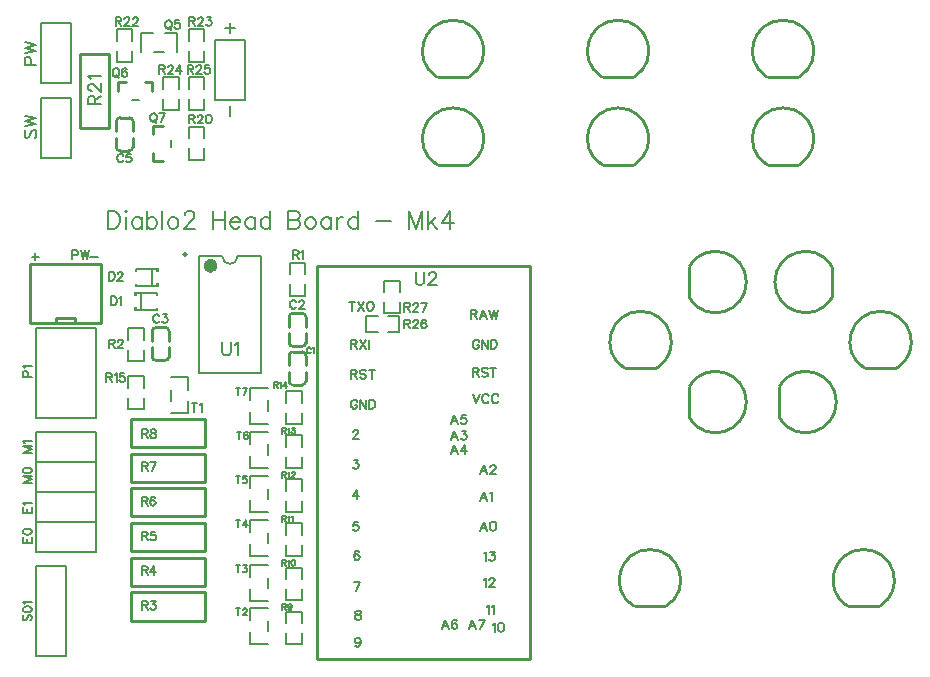
<source format=gto>
G04 Layer: TopSilkLayer*
G04 EasyEDA v6.4.25, 2021-12-23T21:53:31+01:00*
G04 8dbf8c46b5b441d7b08fc360c6495019,7d3f4a13764643a7838717c5c1d40531,10*
G04 Gerber Generator version 0.2*
G04 Scale: 100 percent, Rotated: No, Reflected: No *
G04 Dimensions in inches *
G04 leading zeros omitted , absolute positions ,3 integer and 6 decimal *
%FSLAX36Y36*%
%MOIN*%

%ADD10C,0.0100*%
%ADD36C,0.0060*%
%ADD37C,0.0080*%
%ADD38C,0.0080*%
%ADD39C,0.0079*%
%ADD40C,0.0060*%
%ADD41C,0.0098*%
%ADD42C,0.0236*%
%ADD43C,0.0050*%

%LPD*%
D38*
X300030Y1573069D02*
G01*
X300030Y1515770D01*
X300030Y1573069D02*
G01*
X319130Y1573069D01*
X327229Y1570270D01*
X332730Y1564870D01*
X335430Y1559369D01*
X338229Y1551269D01*
X338229Y1537570D01*
X335430Y1529369D01*
X332730Y1523969D01*
X327229Y1518470D01*
X319130Y1515770D01*
X300030Y1515770D01*
X356230Y1573069D02*
G01*
X358930Y1570270D01*
X361630Y1573069D01*
X358930Y1575770D01*
X356230Y1573069D01*
X358930Y1553969D02*
G01*
X358930Y1515770D01*
X412330Y1553969D02*
G01*
X412330Y1515770D01*
X412330Y1545770D02*
G01*
X406930Y1551269D01*
X401430Y1553969D01*
X393229Y1553969D01*
X387829Y1551269D01*
X382330Y1545770D01*
X379630Y1537570D01*
X379630Y1532170D01*
X382330Y1523969D01*
X387829Y1518470D01*
X393229Y1515770D01*
X401430Y1515770D01*
X406930Y1518470D01*
X412330Y1523969D01*
X430329Y1573069D02*
G01*
X430329Y1515770D01*
X430329Y1545770D02*
G01*
X435830Y1551269D01*
X441230Y1553969D01*
X449430Y1553969D01*
X454929Y1551269D01*
X460329Y1545770D01*
X463130Y1537570D01*
X463130Y1532170D01*
X460329Y1523969D01*
X454929Y1518470D01*
X449430Y1515770D01*
X441230Y1515770D01*
X435830Y1518470D01*
X430329Y1523969D01*
X481129Y1573069D02*
G01*
X481129Y1515770D01*
X512730Y1553969D02*
G01*
X507229Y1551269D01*
X501829Y1545770D01*
X499130Y1537570D01*
X499130Y1532170D01*
X501829Y1523969D01*
X507229Y1518470D01*
X512730Y1515770D01*
X520929Y1515770D01*
X526329Y1518470D01*
X531829Y1523969D01*
X534529Y1532170D01*
X534529Y1537570D01*
X531829Y1545770D01*
X526329Y1551269D01*
X520929Y1553969D01*
X512730Y1553969D01*
X555230Y1559369D02*
G01*
X555230Y1562170D01*
X558029Y1567570D01*
X560729Y1570270D01*
X566230Y1573069D01*
X577130Y1573069D01*
X582530Y1570270D01*
X585230Y1567570D01*
X588029Y1562170D01*
X588029Y1556669D01*
X585230Y1551269D01*
X579830Y1543069D01*
X552530Y1515770D01*
X590729Y1515770D01*
X650729Y1573069D02*
G01*
X650729Y1515770D01*
X688930Y1573069D02*
G01*
X688930Y1515770D01*
X650729Y1545770D02*
G01*
X688930Y1545770D01*
X706930Y1537570D02*
G01*
X739630Y1537570D01*
X739630Y1543069D01*
X736930Y1548470D01*
X734229Y1551269D01*
X728730Y1553969D01*
X720529Y1553969D01*
X715129Y1551269D01*
X709630Y1545770D01*
X706930Y1537570D01*
X706930Y1532170D01*
X709630Y1523969D01*
X715129Y1518470D01*
X720529Y1515770D01*
X728730Y1515770D01*
X734229Y1518470D01*
X739630Y1523969D01*
X790330Y1553969D02*
G01*
X790330Y1515770D01*
X790330Y1545770D02*
G01*
X784930Y1551269D01*
X779430Y1553969D01*
X771229Y1553969D01*
X765829Y1551269D01*
X760330Y1545770D01*
X757629Y1537570D01*
X757629Y1532170D01*
X760330Y1523969D01*
X765829Y1518470D01*
X771229Y1515770D01*
X779430Y1515770D01*
X784930Y1518470D01*
X790330Y1523969D01*
X841130Y1573069D02*
G01*
X841130Y1515770D01*
X841130Y1545770D02*
G01*
X835630Y1551269D01*
X830230Y1553969D01*
X822030Y1553969D01*
X816530Y1551269D01*
X811130Y1545770D01*
X808329Y1537570D01*
X808329Y1532170D01*
X811130Y1523969D01*
X816530Y1518470D01*
X822030Y1515770D01*
X830230Y1515770D01*
X835630Y1518470D01*
X841130Y1523969D01*
X901130Y1573069D02*
G01*
X901130Y1515770D01*
X901130Y1573069D02*
G01*
X925630Y1573069D01*
X933829Y1570270D01*
X936530Y1567570D01*
X939229Y1562170D01*
X939229Y1556669D01*
X936530Y1551269D01*
X933829Y1548470D01*
X925630Y1545770D01*
X901130Y1545770D02*
G01*
X925630Y1545770D01*
X933829Y1543069D01*
X936530Y1540270D01*
X939229Y1534870D01*
X939229Y1526669D01*
X936530Y1521269D01*
X933829Y1518470D01*
X925630Y1515770D01*
X901130Y1515770D01*
X970929Y1553969D02*
G01*
X965429Y1551269D01*
X960029Y1545770D01*
X957229Y1537570D01*
X957229Y1532170D01*
X960029Y1523969D01*
X965429Y1518470D01*
X970929Y1515770D01*
X979129Y1515770D01*
X984530Y1518470D01*
X990029Y1523969D01*
X992730Y1532170D01*
X992730Y1537570D01*
X990029Y1545770D01*
X984530Y1551269D01*
X979129Y1553969D01*
X970929Y1553969D01*
X1043429Y1553969D02*
G01*
X1043429Y1515770D01*
X1043429Y1545770D02*
G01*
X1038029Y1551269D01*
X1032529Y1553969D01*
X1024329Y1553969D01*
X1018930Y1551269D01*
X1013429Y1545770D01*
X1010730Y1537570D01*
X1010730Y1532170D01*
X1013429Y1523969D01*
X1018930Y1518470D01*
X1024329Y1515770D01*
X1032529Y1515770D01*
X1038029Y1518470D01*
X1043429Y1523969D01*
X1061430Y1553969D02*
G01*
X1061430Y1515770D01*
X1061430Y1537570D02*
G01*
X1064229Y1545770D01*
X1069629Y1551269D01*
X1075129Y1553969D01*
X1083230Y1553969D01*
X1134030Y1573069D02*
G01*
X1134030Y1515770D01*
X1134030Y1545770D02*
G01*
X1128530Y1551269D01*
X1123130Y1553969D01*
X1114930Y1553969D01*
X1109430Y1551269D01*
X1104030Y1545770D01*
X1101229Y1537570D01*
X1101229Y1532170D01*
X1104030Y1523969D01*
X1109430Y1518470D01*
X1114930Y1515770D01*
X1123130Y1515770D01*
X1128530Y1518470D01*
X1134030Y1523969D01*
X1194030Y1540270D02*
G01*
X1243130Y1540270D01*
X1303130Y1573069D02*
G01*
X1303130Y1515770D01*
X1303130Y1573069D02*
G01*
X1324930Y1515770D01*
X1346729Y1573069D02*
G01*
X1324930Y1515770D01*
X1346729Y1573069D02*
G01*
X1346729Y1515770D01*
X1364729Y1573069D02*
G01*
X1364729Y1515770D01*
X1392030Y1553969D02*
G01*
X1364729Y1526669D01*
X1375630Y1537570D02*
G01*
X1394729Y1515770D01*
X1440029Y1573069D02*
G01*
X1412730Y1534870D01*
X1453630Y1534870D01*
X1440029Y1573069D02*
G01*
X1440029Y1515770D01*
D36*
X22100Y2062500D02*
G01*
X60300Y2062500D01*
X22100Y2062500D02*
G01*
X22100Y2078899D01*
X24000Y2084299D01*
X25799Y2086100D01*
X29400Y2088000D01*
X34899Y2088000D01*
X38499Y2086100D01*
X40300Y2084299D01*
X42100Y2078899D01*
X42100Y2062500D01*
X22100Y2100000D02*
G01*
X60300Y2109000D01*
X22100Y2118099D02*
G01*
X60300Y2109000D01*
X22100Y2118099D02*
G01*
X60300Y2127199D01*
X22100Y2136300D02*
G01*
X60300Y2127199D01*
X27600Y1844250D02*
G01*
X24000Y1840549D01*
X22100Y1835149D01*
X22100Y1827849D01*
X24000Y1822350D01*
X27600Y1818750D01*
X31199Y1818750D01*
X34899Y1820549D01*
X36700Y1822350D01*
X38499Y1826050D01*
X42100Y1836950D01*
X44000Y1840549D01*
X45799Y1842350D01*
X49400Y1844250D01*
X54899Y1844250D01*
X58499Y1840549D01*
X60300Y1835149D01*
X60300Y1827849D01*
X58499Y1822350D01*
X54899Y1818750D01*
X22100Y1856250D02*
G01*
X60300Y1865250D01*
X22100Y1874349D02*
G01*
X60300Y1865250D01*
X22100Y1874349D02*
G01*
X60300Y1883449D01*
X22100Y1892550D02*
G01*
X60300Y1883449D01*
X722399Y2183600D02*
G01*
X689699Y2183600D01*
X705999Y2200000D02*
G01*
X705999Y2167300D01*
X705999Y1924949D02*
G01*
X705999Y1892249D01*
X45675Y1421675D02*
G01*
X70275Y1421675D01*
X57975Y1409375D02*
G01*
X57975Y1433874D01*
X265625Y1420466D02*
G01*
X241080Y1420466D01*
X412500Y274000D02*
G01*
X412500Y245399D01*
X412500Y274000D02*
G01*
X424699Y274000D01*
X428800Y272699D01*
X430199Y271300D01*
X431500Y268600D01*
X431500Y265799D01*
X430199Y263099D01*
X428800Y261700D01*
X424699Y260399D01*
X412500Y260399D01*
X421999Y260399D02*
G01*
X431500Y245399D01*
X443299Y274000D02*
G01*
X458299Y274000D01*
X450100Y263099D01*
X454200Y263099D01*
X456900Y261700D01*
X458299Y260399D01*
X459600Y256300D01*
X459600Y253600D01*
X458299Y249499D01*
X455500Y246700D01*
X451500Y245399D01*
X447399Y245399D01*
X443299Y246700D01*
X441900Y248099D01*
X440500Y250799D01*
X412500Y389600D02*
G01*
X412500Y360999D01*
X412500Y389600D02*
G01*
X424699Y389600D01*
X428800Y388299D01*
X430199Y386900D01*
X431500Y384200D01*
X431500Y381500D01*
X430199Y378699D01*
X428800Y377399D01*
X424699Y375999D01*
X412500Y375999D01*
X421999Y375999D02*
G01*
X431500Y360999D01*
X454200Y389600D02*
G01*
X440500Y370599D01*
X460999Y370599D01*
X454200Y389600D02*
G01*
X454200Y360999D01*
X412500Y505300D02*
G01*
X412500Y476599D01*
X412500Y505300D02*
G01*
X424699Y505300D01*
X428800Y503899D01*
X430199Y502500D01*
X431500Y499800D01*
X431500Y497100D01*
X430199Y494400D01*
X428800Y493000D01*
X424699Y491599D01*
X412500Y491599D01*
X421999Y491599D02*
G01*
X431500Y476599D01*
X456900Y505300D02*
G01*
X443299Y505300D01*
X441900Y493000D01*
X443299Y494400D01*
X447399Y495700D01*
X451500Y495700D01*
X455500Y494400D01*
X458299Y491599D01*
X459600Y487500D01*
X459600Y484800D01*
X458299Y480700D01*
X455500Y478000D01*
X451500Y476599D01*
X447399Y476599D01*
X443299Y478000D01*
X441900Y479400D01*
X440500Y482100D01*
X412500Y620900D02*
G01*
X412500Y592300D01*
X412500Y620900D02*
G01*
X424699Y620900D01*
X428800Y619499D01*
X430199Y618200D01*
X431500Y615399D01*
X431500Y612699D01*
X430199Y610000D01*
X428800Y608600D01*
X424699Y607300D01*
X412500Y607300D01*
X421999Y607300D02*
G01*
X431500Y592300D01*
X456900Y616799D02*
G01*
X455500Y619499D01*
X451500Y620900D01*
X448699Y620900D01*
X444600Y619499D01*
X441900Y615399D01*
X440500Y608600D01*
X440500Y601799D01*
X441900Y596300D01*
X444600Y593600D01*
X448699Y592300D01*
X450100Y592300D01*
X454200Y593600D01*
X456900Y596300D01*
X458299Y600399D01*
X458299Y601799D01*
X456900Y605900D01*
X454200Y608600D01*
X450100Y610000D01*
X448699Y610000D01*
X444600Y608600D01*
X441900Y605900D01*
X440500Y601799D01*
X412500Y736500D02*
G01*
X412500Y707899D01*
X412500Y736500D02*
G01*
X424699Y736500D01*
X428800Y735199D01*
X430199Y733800D01*
X431500Y731100D01*
X431500Y728299D01*
X430199Y725599D01*
X428800Y724200D01*
X424699Y722899D01*
X412500Y722899D01*
X421999Y722899D02*
G01*
X431500Y707899D01*
X459600Y736500D02*
G01*
X445999Y707899D01*
X440500Y736500D02*
G01*
X459600Y736500D01*
X412500Y845900D02*
G01*
X412500Y817300D01*
X412500Y845900D02*
G01*
X424800Y845900D01*
X428899Y844499D01*
X430199Y843200D01*
X431599Y840399D01*
X431599Y837699D01*
X430199Y835000D01*
X428899Y833600D01*
X424800Y832300D01*
X412500Y832300D01*
X421999Y832300D02*
G01*
X431599Y817300D01*
X447399Y845900D02*
G01*
X443299Y844499D01*
X441999Y841799D01*
X441999Y839099D01*
X443299Y836300D01*
X445999Y835000D01*
X451500Y833600D01*
X455599Y832300D01*
X458299Y829499D01*
X459699Y826799D01*
X459699Y822699D01*
X458299Y820000D01*
X456999Y818600D01*
X452899Y817300D01*
X447399Y817300D01*
X443299Y818600D01*
X441999Y820000D01*
X440599Y822699D01*
X440599Y826799D01*
X441999Y829499D01*
X444699Y832300D01*
X448800Y833600D01*
X454200Y835000D01*
X456999Y836300D01*
X458299Y839099D01*
X458299Y841799D01*
X456999Y844499D01*
X452899Y845900D01*
X447399Y845900D01*
D43*
X881300Y263899D02*
G01*
X881300Y244800D01*
X881300Y263899D02*
G01*
X889499Y263899D01*
X892200Y263000D01*
X893100Y262100D01*
X893999Y260300D01*
X893999Y258400D01*
X893100Y256599D01*
X892200Y255700D01*
X889499Y254800D01*
X881300Y254800D01*
X887700Y254800D02*
G01*
X893999Y244800D01*
X911800Y257500D02*
G01*
X910900Y254800D01*
X909099Y253000D01*
X906400Y252100D01*
X905500Y252100D01*
X902799Y253000D01*
X900900Y254800D01*
X900000Y257500D01*
X900000Y258400D01*
X900900Y261199D01*
X902799Y263000D01*
X905500Y263899D01*
X906400Y263899D01*
X909099Y263000D01*
X910900Y261199D01*
X911800Y257500D01*
X911800Y253000D01*
X910900Y248400D01*
X909099Y245700D01*
X906400Y244800D01*
X904600Y244800D01*
X901800Y245700D01*
X900900Y247500D01*
X881300Y410799D02*
G01*
X881300Y391700D01*
X881300Y410799D02*
G01*
X889499Y410799D01*
X892200Y409899D01*
X893100Y409000D01*
X893999Y407100D01*
X893999Y405300D01*
X893100Y403499D01*
X892200Y402600D01*
X889499Y401700D01*
X881300Y401700D01*
X887700Y401700D02*
G01*
X893999Y391700D01*
X900000Y407100D02*
G01*
X901800Y408099D01*
X904600Y410799D01*
X904600Y391700D01*
X916000Y410799D02*
G01*
X913299Y409899D01*
X911499Y407100D01*
X910600Y402600D01*
X910600Y399899D01*
X911499Y395300D01*
X913299Y392600D01*
X916000Y391700D01*
X917799Y391700D01*
X920600Y392600D01*
X922399Y395300D01*
X923299Y399899D01*
X923299Y402600D01*
X922399Y407100D01*
X920600Y409899D01*
X917799Y410799D01*
X916000Y410799D01*
X881300Y557699D02*
G01*
X881300Y538600D01*
X881300Y557699D02*
G01*
X889499Y557699D01*
X892200Y556700D01*
X893100Y555799D01*
X893999Y554000D01*
X893999Y552199D01*
X893100Y550399D01*
X892200Y549499D01*
X889499Y548600D01*
X881300Y548600D01*
X887700Y548600D02*
G01*
X893999Y538600D01*
X900000Y554000D02*
G01*
X901800Y554899D01*
X904600Y557699D01*
X904600Y538600D01*
X910600Y554000D02*
G01*
X912399Y554899D01*
X915100Y557699D01*
X915100Y538600D01*
X881300Y704499D02*
G01*
X881300Y685399D01*
X881300Y704499D02*
G01*
X889499Y704499D01*
X892200Y703600D01*
X893100Y702699D01*
X893999Y700900D01*
X893999Y699099D01*
X893100Y697300D01*
X892200Y696300D01*
X889499Y695399D01*
X881300Y695399D01*
X887700Y695399D02*
G01*
X893999Y685399D01*
X900000Y700900D02*
G01*
X901800Y701799D01*
X904600Y704499D01*
X904600Y685399D01*
X911499Y700000D02*
G01*
X911499Y700900D01*
X912399Y702699D01*
X913299Y703600D01*
X915100Y704499D01*
X918800Y704499D01*
X920600Y703600D01*
X921499Y702699D01*
X922399Y700900D01*
X922399Y699099D01*
X921499Y697300D01*
X919700Y694499D01*
X910600Y685399D01*
X923299Y685399D01*
X881300Y851399D02*
G01*
X881300Y832300D01*
X881300Y851399D02*
G01*
X889499Y851399D01*
X892200Y850500D01*
X893100Y849600D01*
X893999Y847800D01*
X893999Y845900D01*
X893100Y844099D01*
X892200Y843200D01*
X889499Y842300D01*
X881300Y842300D01*
X887700Y842300D02*
G01*
X893999Y832300D01*
X900000Y847800D02*
G01*
X901800Y848699D01*
X904600Y851399D01*
X904600Y832300D01*
X912399Y851399D02*
G01*
X922399Y851399D01*
X916899Y844099D01*
X919700Y844099D01*
X921499Y843200D01*
X922399Y842300D01*
X923299Y839600D01*
X923299Y837800D01*
X922399Y835000D01*
X920600Y833200D01*
X917799Y832300D01*
X915100Y832300D01*
X912399Y833200D01*
X911499Y834099D01*
X910600Y835900D01*
X853100Y1004600D02*
G01*
X853100Y985500D01*
X853100Y1004600D02*
G01*
X861300Y1004600D01*
X863999Y1003600D01*
X864899Y1002699D01*
X865900Y1000900D01*
X865900Y999099D01*
X864899Y997300D01*
X863999Y996399D01*
X861300Y995500D01*
X853100Y995500D01*
X859499Y995500D02*
G01*
X865900Y985500D01*
X871899Y1000900D02*
G01*
X873699Y1001799D01*
X876400Y1004600D01*
X876400Y985500D01*
X891499Y1004600D02*
G01*
X882399Y991799D01*
X896000Y991799D01*
X891499Y1004600D02*
G01*
X891499Y985500D01*
D36*
X587699Y933400D02*
G01*
X587699Y904800D01*
X578099Y933400D02*
G01*
X597199Y933400D01*
X606199Y927899D02*
G01*
X608899Y929299D01*
X613000Y933400D01*
X613000Y904800D01*
X733000Y250199D02*
G01*
X733000Y226399D01*
X725000Y250199D02*
G01*
X740900Y250199D01*
X749499Y244499D02*
G01*
X749499Y245700D01*
X750700Y248000D01*
X751799Y249099D01*
X754099Y250199D01*
X758600Y250199D01*
X760900Y249099D01*
X761999Y248000D01*
X763199Y245700D01*
X763199Y243400D01*
X761999Y241100D01*
X759800Y237699D01*
X748400Y226399D01*
X764300Y226399D01*
X733000Y394000D02*
G01*
X733000Y370100D01*
X725000Y394000D02*
G01*
X740900Y394000D01*
X750700Y394000D02*
G01*
X763199Y394000D01*
X756399Y384899D01*
X759800Y384899D01*
X761999Y383699D01*
X763199Y382600D01*
X764300Y379200D01*
X764300Y376900D01*
X763199Y373499D01*
X760900Y371199D01*
X757500Y370100D01*
X754099Y370100D01*
X750700Y371199D01*
X749499Y372399D01*
X748400Y374699D01*
X733000Y544000D02*
G01*
X733000Y520100D01*
X725000Y544000D02*
G01*
X740900Y544000D01*
X759800Y544000D02*
G01*
X748400Y528099D01*
X765500Y528099D01*
X759800Y544000D02*
G01*
X759800Y520100D01*
X733000Y690900D02*
G01*
X733000Y666999D01*
X725000Y690900D02*
G01*
X740900Y690900D01*
X761999Y690900D02*
G01*
X750700Y690900D01*
X749499Y680599D01*
X750700Y681799D01*
X754099Y682899D01*
X757500Y682899D01*
X760900Y681799D01*
X763199Y679499D01*
X764300Y676100D01*
X764300Y673800D01*
X763199Y670399D01*
X760900Y668099D01*
X757500Y666999D01*
X754099Y666999D01*
X750700Y668099D01*
X749499Y669299D01*
X748400Y671500D01*
X736100Y837699D02*
G01*
X736100Y813899D01*
X728099Y837699D02*
G01*
X744000Y837699D01*
X765200Y834299D02*
G01*
X763999Y836599D01*
X760600Y837699D01*
X758400Y837699D01*
X754899Y836599D01*
X752699Y833200D01*
X751500Y827500D01*
X751500Y821799D01*
X752699Y817300D01*
X754899Y815000D01*
X758400Y813899D01*
X759499Y813899D01*
X762899Y815000D01*
X765200Y817300D01*
X766300Y820700D01*
X766300Y821799D01*
X765200Y825199D01*
X762899Y827500D01*
X759499Y828600D01*
X758400Y828600D01*
X754899Y827500D01*
X752699Y825199D01*
X751500Y821799D01*
X733000Y984600D02*
G01*
X733000Y960700D01*
X725000Y984600D02*
G01*
X740900Y984600D01*
X764300Y984600D02*
G01*
X753000Y960700D01*
X748400Y984600D02*
G01*
X764300Y984600D01*
X181300Y1442800D02*
G01*
X181300Y1414099D01*
X181300Y1442800D02*
G01*
X193499Y1442800D01*
X197600Y1441399D01*
X199000Y1440000D01*
X200300Y1437300D01*
X200300Y1433200D01*
X199000Y1430500D01*
X197600Y1429099D01*
X193499Y1427800D01*
X181300Y1427800D01*
X209299Y1442800D02*
G01*
X216199Y1414099D01*
X223000Y1442800D02*
G01*
X216199Y1414099D01*
X223000Y1442800D02*
G01*
X229800Y1414099D01*
X236599Y1442800D02*
G01*
X229800Y1414099D01*
X16649Y768775D02*
G01*
X45250Y768775D01*
X16649Y768775D02*
G01*
X45250Y779675D01*
X16649Y790574D02*
G01*
X45250Y779675D01*
X16649Y790574D02*
G01*
X45250Y790574D01*
X22049Y799574D02*
G01*
X20650Y802274D01*
X16649Y806374D01*
X45250Y806374D01*
X293800Y1033445D02*
G01*
X293800Y1004744D01*
X293800Y1033445D02*
G01*
X305999Y1033445D01*
X310100Y1032044D01*
X311500Y1030644D01*
X312800Y1027944D01*
X312800Y1025244D01*
X311500Y1022444D01*
X310100Y1021145D01*
X305999Y1019744D01*
X293800Y1019744D01*
X303299Y1019744D02*
G01*
X312800Y1004744D01*
X321799Y1027944D02*
G01*
X324600Y1029344D01*
X328699Y1033445D01*
X328699Y1004744D01*
X354000Y1033445D02*
G01*
X340399Y1033445D01*
X339000Y1021145D01*
X340399Y1022444D01*
X344499Y1023845D01*
X348600Y1023845D01*
X352699Y1022444D01*
X355399Y1019744D01*
X356799Y1015644D01*
X356799Y1012944D01*
X355399Y1008845D01*
X352699Y1006145D01*
X348600Y1004744D01*
X344499Y1004744D01*
X340399Y1006145D01*
X339000Y1007444D01*
X337699Y1010244D01*
X234600Y1930050D02*
G01*
X277500Y1930050D01*
X234600Y1930050D02*
G01*
X234600Y1948449D01*
X236599Y1954549D01*
X238699Y1956550D01*
X242800Y1958649D01*
X246900Y1958649D01*
X250999Y1956550D01*
X253000Y1954549D01*
X255000Y1948449D01*
X255000Y1930050D01*
X255000Y1944349D02*
G01*
X277500Y1958649D01*
X244800Y1974149D02*
G01*
X242800Y1974149D01*
X238699Y1976250D01*
X236599Y1978249D01*
X234600Y1982350D01*
X234600Y1990549D01*
X236599Y1994650D01*
X238699Y1996649D01*
X242800Y1998750D01*
X246900Y1998750D01*
X250999Y1996649D01*
X257100Y1992550D01*
X277500Y1972150D01*
X277500Y2000749D01*
X242800Y2014250D02*
G01*
X240700Y2018350D01*
X234600Y2024549D01*
X277500Y2024549D01*
X1287500Y1211550D02*
G01*
X1287500Y1182849D01*
X1287500Y1211550D02*
G01*
X1299799Y1211550D01*
X1303900Y1210149D01*
X1305200Y1208750D01*
X1306599Y1206050D01*
X1306599Y1203350D01*
X1305200Y1200650D01*
X1303900Y1199250D01*
X1299799Y1197849D01*
X1287500Y1197849D01*
X1296999Y1197849D02*
G01*
X1306599Y1182849D01*
X1316999Y1204749D02*
G01*
X1316999Y1206050D01*
X1318299Y1208750D01*
X1319700Y1210149D01*
X1322399Y1211550D01*
X1327899Y1211550D01*
X1330600Y1210149D01*
X1331999Y1208750D01*
X1333299Y1206050D01*
X1333299Y1203350D01*
X1331999Y1200650D01*
X1329200Y1196550D01*
X1315600Y1182849D01*
X1334700Y1182849D01*
X1360000Y1207449D02*
G01*
X1358699Y1210149D01*
X1354600Y1211550D01*
X1351899Y1211550D01*
X1347799Y1210149D01*
X1345000Y1206050D01*
X1343699Y1199250D01*
X1343699Y1192449D01*
X1345000Y1186950D01*
X1347799Y1184250D01*
X1351899Y1182849D01*
X1353199Y1182849D01*
X1357299Y1184250D01*
X1360000Y1186950D01*
X1361400Y1191050D01*
X1361400Y1192449D01*
X1360000Y1196550D01*
X1357299Y1199250D01*
X1353199Y1200650D01*
X1351899Y1200650D01*
X1347799Y1199250D01*
X1345000Y1196550D01*
X1343699Y1192449D01*
X1287500Y1267800D02*
G01*
X1287500Y1239099D01*
X1287500Y1267800D02*
G01*
X1299799Y1267800D01*
X1303900Y1266399D01*
X1305200Y1265000D01*
X1306599Y1262300D01*
X1306599Y1259600D01*
X1305200Y1256900D01*
X1303900Y1255500D01*
X1299799Y1254099D01*
X1287500Y1254099D01*
X1296999Y1254099D02*
G01*
X1306599Y1239099D01*
X1316999Y1260999D02*
G01*
X1316999Y1262300D01*
X1318299Y1265000D01*
X1319700Y1266399D01*
X1322399Y1267800D01*
X1327899Y1267800D01*
X1330600Y1266399D01*
X1331999Y1265000D01*
X1333299Y1262300D01*
X1333299Y1259600D01*
X1331999Y1256900D01*
X1329200Y1252800D01*
X1315600Y1239099D01*
X1334700Y1239099D01*
X1362799Y1267800D02*
G01*
X1349099Y1239099D01*
X1343699Y1267800D02*
G01*
X1362799Y1267800D01*
X565000Y2060300D02*
G01*
X565000Y2031599D01*
X565000Y2060300D02*
G01*
X577300Y2060300D01*
X581399Y2058899D01*
X582699Y2057500D01*
X584099Y2054800D01*
X584099Y2052100D01*
X582699Y2049400D01*
X581399Y2048000D01*
X577300Y2046599D01*
X565000Y2046599D01*
X574499Y2046599D02*
G01*
X584099Y2031599D01*
X594499Y2053499D02*
G01*
X594499Y2054800D01*
X595799Y2057500D01*
X597199Y2058899D01*
X599899Y2060300D01*
X605399Y2060300D01*
X608099Y2058899D01*
X609499Y2057500D01*
X610799Y2054800D01*
X610799Y2052100D01*
X609499Y2049400D01*
X606700Y2045300D01*
X593099Y2031599D01*
X612199Y2031599D01*
X637500Y2060300D02*
G01*
X623899Y2060300D01*
X622500Y2048000D01*
X623899Y2049400D01*
X628000Y2050700D01*
X632100Y2050700D01*
X636199Y2049400D01*
X638899Y2046599D01*
X640300Y2042500D01*
X640300Y2039800D01*
X638899Y2035700D01*
X636199Y2033000D01*
X632100Y2031599D01*
X628000Y2031599D01*
X623899Y2033000D01*
X622500Y2034400D01*
X621199Y2037100D01*
X470000Y2060300D02*
G01*
X470000Y2031599D01*
X470000Y2060300D02*
G01*
X482300Y2060300D01*
X486399Y2058899D01*
X487699Y2057500D01*
X489099Y2054800D01*
X489099Y2052100D01*
X487699Y2049400D01*
X486399Y2048000D01*
X482300Y2046599D01*
X470000Y2046599D01*
X479499Y2046599D02*
G01*
X489099Y2031599D01*
X499499Y2053499D02*
G01*
X499499Y2054800D01*
X500799Y2057500D01*
X502199Y2058899D01*
X504899Y2060300D01*
X510399Y2060300D01*
X513099Y2058899D01*
X514499Y2057500D01*
X515799Y2054800D01*
X515799Y2052100D01*
X514499Y2049400D01*
X511700Y2045300D01*
X498099Y2031599D01*
X517199Y2031599D01*
X539800Y2060300D02*
G01*
X526199Y2041199D01*
X546599Y2041199D01*
X539800Y2060300D02*
G01*
X539800Y2031599D01*
X570000Y2220300D02*
G01*
X570000Y2191599D01*
X570000Y2220300D02*
G01*
X582300Y2220300D01*
X586399Y2218899D01*
X587699Y2217500D01*
X589099Y2214800D01*
X589099Y2212100D01*
X587699Y2209400D01*
X586399Y2208000D01*
X582300Y2206599D01*
X570000Y2206599D01*
X579499Y2206599D02*
G01*
X589099Y2191599D01*
X599499Y2213499D02*
G01*
X599499Y2214800D01*
X600799Y2217500D01*
X602199Y2218899D01*
X604899Y2220300D01*
X610399Y2220300D01*
X613099Y2218899D01*
X614499Y2217500D01*
X615799Y2214800D01*
X615799Y2212100D01*
X614499Y2209400D01*
X611700Y2205300D01*
X598099Y2191599D01*
X617199Y2191599D01*
X628899Y2220300D02*
G01*
X643899Y2220300D01*
X635700Y2209400D01*
X639800Y2209400D01*
X642500Y2208000D01*
X643899Y2206599D01*
X645300Y2202500D01*
X645300Y2199800D01*
X643899Y2195700D01*
X641199Y2193000D01*
X637100Y2191599D01*
X633000Y2191599D01*
X628899Y2193000D01*
X627500Y2194400D01*
X626199Y2197100D01*
X325000Y2220300D02*
G01*
X325000Y2191599D01*
X325000Y2220300D02*
G01*
X337300Y2220300D01*
X341399Y2218899D01*
X342699Y2217500D01*
X344099Y2214800D01*
X344099Y2212100D01*
X342699Y2209400D01*
X341399Y2208000D01*
X337300Y2206599D01*
X325000Y2206599D01*
X334499Y2206599D02*
G01*
X344099Y2191599D01*
X354499Y2213499D02*
G01*
X354499Y2214800D01*
X355799Y2217500D01*
X357199Y2218899D01*
X359899Y2220300D01*
X365399Y2220300D01*
X368099Y2218899D01*
X369499Y2217500D01*
X370799Y2214800D01*
X370799Y2212100D01*
X369499Y2209400D01*
X366700Y2205300D01*
X353099Y2191599D01*
X372199Y2191599D01*
X382500Y2213499D02*
G01*
X382500Y2214800D01*
X383899Y2217500D01*
X385300Y2218899D01*
X388000Y2220300D01*
X393499Y2220300D01*
X396199Y2218899D01*
X397500Y2217500D01*
X398899Y2214800D01*
X398899Y2212100D01*
X397500Y2209400D01*
X394800Y2205300D01*
X381199Y2191599D01*
X400300Y2191599D01*
X570000Y1895300D02*
G01*
X570000Y1866599D01*
X570000Y1895300D02*
G01*
X582300Y1895300D01*
X586399Y1893899D01*
X587699Y1892500D01*
X589099Y1889800D01*
X589099Y1887100D01*
X587699Y1884400D01*
X586399Y1883000D01*
X582300Y1881599D01*
X570000Y1881599D01*
X579499Y1881599D02*
G01*
X589099Y1866599D01*
X599499Y1888499D02*
G01*
X599499Y1889800D01*
X600799Y1892500D01*
X602199Y1893899D01*
X604899Y1895300D01*
X610399Y1895300D01*
X613099Y1893899D01*
X614499Y1892500D01*
X615799Y1889800D01*
X615799Y1887100D01*
X614499Y1884400D01*
X611700Y1880300D01*
X598099Y1866599D01*
X617199Y1866599D01*
X634400Y1895300D02*
G01*
X630300Y1893899D01*
X627500Y1889800D01*
X626199Y1883000D01*
X626199Y1878899D01*
X627500Y1872100D01*
X630300Y1868000D01*
X634400Y1866599D01*
X637100Y1866599D01*
X641199Y1868000D01*
X643899Y1872100D01*
X645300Y1878899D01*
X645300Y1883000D01*
X643899Y1889800D01*
X641199Y1893899D01*
X637100Y1895300D01*
X634400Y1895300D01*
X350500Y1758499D02*
G01*
X349099Y1761199D01*
X346399Y1763899D01*
X343600Y1765300D01*
X338200Y1765300D01*
X335500Y1763899D01*
X332699Y1761199D01*
X331399Y1758499D01*
X330000Y1754400D01*
X330000Y1747500D01*
X331399Y1743499D01*
X332699Y1740700D01*
X335500Y1738000D01*
X338200Y1736599D01*
X343600Y1736599D01*
X346399Y1738000D01*
X349099Y1740700D01*
X350500Y1743499D01*
X375799Y1765300D02*
G01*
X362199Y1765300D01*
X360799Y1753000D01*
X362199Y1754400D01*
X366300Y1755700D01*
X370399Y1755700D01*
X374499Y1754400D01*
X377199Y1751599D01*
X378499Y1747500D01*
X378499Y1744800D01*
X377199Y1740700D01*
X374499Y1738000D01*
X370399Y1736599D01*
X366300Y1736599D01*
X362199Y1738000D01*
X360799Y1739400D01*
X359499Y1742100D01*
X448200Y1900300D02*
G01*
X445500Y1898899D01*
X442699Y1896199D01*
X441399Y1893499D01*
X440000Y1889400D01*
X440000Y1882500D01*
X441399Y1878499D01*
X442699Y1875700D01*
X445500Y1873000D01*
X448200Y1871599D01*
X453600Y1871599D01*
X456399Y1873000D01*
X459099Y1875700D01*
X460500Y1878499D01*
X461799Y1882500D01*
X461799Y1889400D01*
X460500Y1893499D01*
X459099Y1896199D01*
X456399Y1898899D01*
X453600Y1900300D01*
X448200Y1900300D01*
X452300Y1877100D02*
G01*
X460500Y1868899D01*
X489899Y1900300D02*
G01*
X476300Y1871599D01*
X470799Y1900300D02*
G01*
X489899Y1900300D01*
X323200Y2050300D02*
G01*
X320500Y2048899D01*
X317699Y2046199D01*
X316399Y2043499D01*
X315000Y2039400D01*
X315000Y2032500D01*
X316399Y2028499D01*
X317699Y2025700D01*
X320500Y2023000D01*
X323200Y2021599D01*
X328600Y2021599D01*
X331399Y2023000D01*
X334099Y2025700D01*
X335500Y2028499D01*
X336799Y2032500D01*
X336799Y2039400D01*
X335500Y2043499D01*
X334099Y2046199D01*
X331399Y2048899D01*
X328600Y2050300D01*
X323200Y2050300D01*
X327300Y2027100D02*
G01*
X335500Y2018899D01*
X362199Y2046199D02*
G01*
X360799Y2048899D01*
X356700Y2050300D01*
X354000Y2050300D01*
X349899Y2048899D01*
X347199Y2044800D01*
X345799Y2038000D01*
X345799Y2031199D01*
X347199Y2025700D01*
X349899Y2023000D01*
X354000Y2021599D01*
X355399Y2021599D01*
X359499Y2023000D01*
X362199Y2025700D01*
X363499Y2029800D01*
X363499Y2031199D01*
X362199Y2035300D01*
X359499Y2038000D01*
X355399Y2039400D01*
X354000Y2039400D01*
X349899Y2038000D01*
X347199Y2035300D01*
X345799Y2031199D01*
X498200Y2210300D02*
G01*
X495500Y2208899D01*
X492699Y2206199D01*
X491399Y2203499D01*
X490000Y2199400D01*
X490000Y2192500D01*
X491399Y2188499D01*
X492699Y2185700D01*
X495500Y2183000D01*
X498200Y2181599D01*
X503600Y2181599D01*
X506399Y2183000D01*
X509099Y2185700D01*
X510500Y2188499D01*
X511799Y2192500D01*
X511799Y2199400D01*
X510500Y2203499D01*
X509099Y2206199D01*
X506399Y2208899D01*
X503600Y2210300D01*
X498200Y2210300D01*
X502300Y2187100D02*
G01*
X510500Y2178899D01*
X537199Y2210300D02*
G01*
X523499Y2210300D01*
X522199Y2198000D01*
X523499Y2199400D01*
X527600Y2200700D01*
X531700Y2200700D01*
X535799Y2199400D01*
X538499Y2196599D01*
X539899Y2192500D01*
X539899Y2189800D01*
X538499Y2185700D01*
X535799Y2183000D01*
X531700Y2181599D01*
X527600Y2181599D01*
X523499Y2183000D01*
X522199Y2184400D01*
X520799Y2187100D01*
X303150Y1145824D02*
G01*
X303150Y1117224D01*
X303150Y1145824D02*
G01*
X315349Y1145824D01*
X319450Y1144524D01*
X320850Y1143125D01*
X322150Y1140425D01*
X322150Y1137725D01*
X320850Y1134924D01*
X319450Y1133625D01*
X315349Y1132224D01*
X303150Y1132224D01*
X312649Y1132224D02*
G01*
X322150Y1117224D01*
X332550Y1139025D02*
G01*
X332550Y1140425D01*
X333949Y1143125D01*
X335250Y1144524D01*
X338049Y1145824D01*
X343449Y1145824D01*
X346149Y1144524D01*
X347550Y1143125D01*
X348949Y1140425D01*
X348949Y1137725D01*
X347550Y1134924D01*
X344850Y1130824D01*
X331149Y1117224D01*
X350250Y1117224D01*
X470500Y1223499D02*
G01*
X469099Y1226199D01*
X466399Y1228899D01*
X463600Y1230300D01*
X458200Y1230300D01*
X455500Y1228899D01*
X452699Y1226199D01*
X451399Y1223499D01*
X450000Y1219400D01*
X450000Y1212500D01*
X451399Y1208499D01*
X452699Y1205700D01*
X455500Y1203000D01*
X458200Y1201599D01*
X463600Y1201599D01*
X466399Y1203000D01*
X469099Y1205700D01*
X470500Y1208499D01*
X482199Y1230300D02*
G01*
X497199Y1230300D01*
X489000Y1219400D01*
X493099Y1219400D01*
X495799Y1218000D01*
X497199Y1216599D01*
X498499Y1212500D01*
X498499Y1209800D01*
X497199Y1205700D01*
X494499Y1203000D01*
X490399Y1201599D01*
X486300Y1201599D01*
X482199Y1203000D01*
X480799Y1204400D01*
X479499Y1207100D01*
X926649Y1270374D02*
G01*
X925249Y1273074D01*
X922550Y1275774D01*
X919849Y1277175D01*
X914350Y1277175D01*
X911649Y1275774D01*
X908950Y1273074D01*
X907550Y1270374D01*
X906250Y1266275D01*
X906250Y1259375D01*
X907550Y1255374D01*
X908950Y1252575D01*
X911649Y1249875D01*
X914350Y1248474D01*
X919849Y1248474D01*
X922550Y1249875D01*
X925249Y1252575D01*
X926649Y1255374D01*
X937049Y1270374D02*
G01*
X937049Y1271675D01*
X938350Y1274375D01*
X939750Y1275774D01*
X942449Y1277175D01*
X947950Y1277175D01*
X950649Y1275774D01*
X952049Y1274375D01*
X953350Y1271675D01*
X953350Y1268975D01*
X952049Y1266275D01*
X949250Y1262175D01*
X935649Y1248474D01*
X954750Y1248474D01*
X20675Y228474D02*
G01*
X17975Y225774D01*
X16574Y221675D01*
X16574Y216174D01*
X17975Y212074D01*
X20675Y209375D01*
X23375Y209375D01*
X26174Y210774D01*
X27474Y212074D01*
X28874Y214875D01*
X31574Y222975D01*
X32975Y225774D01*
X34375Y227074D01*
X37074Y228474D01*
X41174Y228474D01*
X43874Y225774D01*
X45275Y221675D01*
X45275Y216174D01*
X43874Y212074D01*
X41174Y209375D01*
X16574Y245675D02*
G01*
X17975Y241574D01*
X22074Y238874D01*
X28874Y237474D01*
X32975Y237474D01*
X39774Y238874D01*
X43874Y241574D01*
X45275Y245675D01*
X45275Y248375D01*
X43874Y252474D01*
X39774Y255174D01*
X32975Y256574D01*
X28874Y256574D01*
X22074Y255174D01*
X17975Y252474D01*
X16574Y248375D01*
X16574Y245675D01*
X22074Y265574D02*
G01*
X20675Y268274D01*
X16574Y272375D01*
X45275Y272375D01*
X309375Y1289675D02*
G01*
X309375Y1260974D01*
X309375Y1289675D02*
G01*
X318874Y1289675D01*
X322975Y1288274D01*
X325774Y1285574D01*
X327074Y1282874D01*
X328474Y1278775D01*
X328474Y1271875D01*
X327074Y1267874D01*
X325774Y1265075D01*
X322975Y1262375D01*
X318874Y1260974D01*
X309375Y1260974D01*
X337474Y1284175D02*
G01*
X340174Y1285574D01*
X344274Y1289675D01*
X344274Y1260974D01*
X303125Y1370925D02*
G01*
X303125Y1342224D01*
X303125Y1370925D02*
G01*
X312624Y1370925D01*
X316725Y1369524D01*
X319524Y1366824D01*
X320824Y1364124D01*
X322224Y1360025D01*
X322224Y1353125D01*
X320824Y1349124D01*
X319524Y1346325D01*
X316725Y1343625D01*
X312624Y1342224D01*
X303125Y1342224D01*
X332624Y1364124D02*
G01*
X332624Y1365425D01*
X333924Y1368125D01*
X335324Y1369524D01*
X338024Y1370925D01*
X343524Y1370925D01*
X346224Y1369524D01*
X347624Y1368125D01*
X348924Y1365425D01*
X348924Y1362725D01*
X347624Y1360025D01*
X344825Y1355925D01*
X331224Y1342224D01*
X350324Y1342224D01*
D43*
X976125Y1115625D02*
G01*
X975225Y1117424D01*
X973424Y1119225D01*
X971625Y1120225D01*
X967924Y1120225D01*
X966125Y1119225D01*
X964324Y1117424D01*
X963424Y1115625D01*
X962524Y1112925D01*
X962524Y1108324D01*
X963424Y1105625D01*
X964324Y1103825D01*
X966125Y1102024D01*
X967924Y1101125D01*
X971625Y1101125D01*
X973424Y1102024D01*
X975225Y1103825D01*
X976125Y1105625D01*
X982124Y1116525D02*
G01*
X983924Y1117424D01*
X986724Y1120225D01*
X986724Y1101125D01*
D36*
X915625Y1442800D02*
G01*
X915625Y1414099D01*
X915625Y1442800D02*
G01*
X927924Y1442800D01*
X932025Y1441399D01*
X933325Y1440000D01*
X934724Y1437300D01*
X934724Y1434600D01*
X933325Y1431900D01*
X932025Y1430500D01*
X927924Y1429099D01*
X915625Y1429099D01*
X925124Y1429099D02*
G01*
X934724Y1414099D01*
X943725Y1437300D02*
G01*
X946424Y1438699D01*
X950524Y1442800D01*
X950524Y1414099D01*
X1325000Y1370399D02*
G01*
X1325000Y1339699D01*
X1326999Y1333600D01*
X1331099Y1329499D01*
X1337299Y1327500D01*
X1341400Y1327500D01*
X1347500Y1329499D01*
X1351599Y1333600D01*
X1353599Y1339699D01*
X1353599Y1370399D01*
X1369200Y1360199D02*
G01*
X1369200Y1362199D01*
X1371199Y1366300D01*
X1373299Y1368400D01*
X1377399Y1370399D01*
X1385500Y1370399D01*
X1389600Y1368400D01*
X1391700Y1366300D01*
X1393699Y1362199D01*
X1393699Y1358099D01*
X1391700Y1354000D01*
X1387600Y1347899D01*
X1367100Y1327500D01*
X1395799Y1327500D01*
X1563119Y255880D02*
G01*
X1566019Y257280D01*
X1570320Y261579D01*
X1570320Y231480D01*
X1579719Y255880D02*
G01*
X1582619Y257280D01*
X1586920Y261579D01*
X1586920Y231480D01*
X1553119Y345880D02*
G01*
X1556019Y347280D01*
X1560320Y351579D01*
X1560320Y321480D01*
X1571120Y344380D02*
G01*
X1571120Y345880D01*
X1572619Y348679D01*
X1574020Y350079D01*
X1576920Y351579D01*
X1582619Y351579D01*
X1585519Y350079D01*
X1586920Y348679D01*
X1588320Y345880D01*
X1588320Y342979D01*
X1586920Y340079D01*
X1584020Y335779D01*
X1569719Y321480D01*
X1589719Y321480D01*
X1553119Y433279D02*
G01*
X1556019Y434780D01*
X1560320Y439079D01*
X1560320Y408980D01*
X1572619Y439079D02*
G01*
X1588320Y439079D01*
X1579719Y427579D01*
X1584020Y427579D01*
X1586920Y426179D01*
X1588320Y424780D01*
X1589719Y420479D01*
X1589719Y417579D01*
X1588320Y413279D01*
X1585420Y410380D01*
X1581220Y408980D01*
X1576920Y408980D01*
X1572619Y410380D01*
X1571120Y411880D01*
X1569719Y414679D01*
X1552120Y539079D02*
G01*
X1540619Y508980D01*
X1552120Y539079D02*
G01*
X1563519Y508980D01*
X1544920Y518980D02*
G01*
X1559219Y518980D01*
X1581520Y539079D02*
G01*
X1577219Y537579D01*
X1574420Y533380D01*
X1573019Y526179D01*
X1573019Y521880D01*
X1574420Y514679D01*
X1577219Y510380D01*
X1581520Y508980D01*
X1584420Y508980D01*
X1588720Y510380D01*
X1591620Y514679D01*
X1593019Y521880D01*
X1593019Y526179D01*
X1591620Y533380D01*
X1588720Y537579D01*
X1584420Y539079D01*
X1581520Y539079D01*
X1552120Y639079D02*
G01*
X1540619Y608980D01*
X1552120Y639079D02*
G01*
X1563519Y608980D01*
X1544920Y618980D02*
G01*
X1559219Y618980D01*
X1573019Y633380D02*
G01*
X1575820Y634780D01*
X1580119Y639079D01*
X1580119Y608980D01*
X1454620Y794380D02*
G01*
X1443119Y764380D01*
X1454620Y794380D02*
G01*
X1466019Y764380D01*
X1447420Y774380D02*
G01*
X1461719Y774380D01*
X1489819Y794380D02*
G01*
X1475519Y774380D01*
X1496920Y774380D01*
X1489819Y794380D02*
G01*
X1489819Y764380D01*
X1454620Y894380D02*
G01*
X1443119Y864380D01*
X1454620Y894380D02*
G01*
X1466019Y864380D01*
X1447420Y874380D02*
G01*
X1461719Y874380D01*
X1492619Y894380D02*
G01*
X1478320Y894380D01*
X1476920Y881579D01*
X1478320Y882979D01*
X1482619Y884380D01*
X1486920Y884380D01*
X1491220Y882979D01*
X1494120Y880079D01*
X1495519Y875779D01*
X1495519Y872979D01*
X1494120Y868679D01*
X1491220Y865779D01*
X1486920Y864380D01*
X1482619Y864380D01*
X1478320Y865779D01*
X1476920Y867179D01*
X1475519Y870079D01*
X1552120Y726579D02*
G01*
X1540619Y696480D01*
X1552120Y726579D02*
G01*
X1563519Y696480D01*
X1544920Y706480D02*
G01*
X1559219Y706480D01*
X1574420Y719380D02*
G01*
X1574420Y720880D01*
X1575820Y723679D01*
X1577219Y725079D01*
X1580119Y726579D01*
X1585820Y726579D01*
X1588720Y725079D01*
X1590119Y723679D01*
X1591620Y720880D01*
X1591620Y717979D01*
X1590119Y715079D01*
X1587319Y710779D01*
X1573019Y696480D01*
X1593019Y696480D01*
X1141741Y141529D02*
G01*
X1140340Y137229D01*
X1137440Y134329D01*
X1133140Y132930D01*
X1131741Y132930D01*
X1127440Y134329D01*
X1124540Y137229D01*
X1123140Y141529D01*
X1123140Y142930D01*
X1124540Y147229D01*
X1127440Y150129D01*
X1131741Y151529D01*
X1133140Y151529D01*
X1137440Y150129D01*
X1140340Y147229D01*
X1141741Y141529D01*
X1141741Y134329D01*
X1140340Y127229D01*
X1137440Y122930D01*
X1133140Y121529D01*
X1130240Y121529D01*
X1125941Y122930D01*
X1124540Y125830D01*
X1130249Y241604D02*
G01*
X1125950Y240104D01*
X1124549Y237303D01*
X1124549Y234403D01*
X1125950Y231503D01*
X1128850Y230104D01*
X1134549Y228703D01*
X1138850Y227204D01*
X1141750Y224403D01*
X1143149Y221503D01*
X1143149Y217204D01*
X1141750Y214403D01*
X1140249Y212903D01*
X1136049Y211503D01*
X1130249Y211503D01*
X1125950Y212903D01*
X1124549Y214403D01*
X1123149Y217204D01*
X1123149Y221503D01*
X1124549Y224403D01*
X1127449Y227204D01*
X1131750Y228703D01*
X1137449Y230104D01*
X1140249Y231503D01*
X1141750Y234403D01*
X1141750Y237303D01*
X1140249Y240104D01*
X1136049Y241604D01*
X1130249Y241604D01*
X1140320Y338780D02*
G01*
X1126019Y308679D01*
X1120320Y338780D02*
G01*
X1140320Y338780D01*
X1137420Y436480D02*
G01*
X1136019Y439279D01*
X1131719Y440779D01*
X1128919Y440779D01*
X1124620Y439279D01*
X1121719Y434980D01*
X1120320Y427880D01*
X1120320Y420680D01*
X1121719Y414980D01*
X1124620Y412080D01*
X1128919Y410680D01*
X1130320Y410680D01*
X1134620Y412080D01*
X1137420Y414980D01*
X1138919Y419279D01*
X1138919Y420680D01*
X1137420Y424980D01*
X1134620Y427880D01*
X1130320Y429279D01*
X1128919Y429279D01*
X1124620Y427880D01*
X1121719Y424980D01*
X1120320Y420680D01*
X1132920Y537979D02*
G01*
X1118620Y537979D01*
X1117219Y525079D01*
X1118620Y526480D01*
X1122920Y527979D01*
X1127219Y527979D01*
X1131520Y526480D01*
X1134319Y523679D01*
X1135820Y519380D01*
X1135820Y516480D01*
X1134319Y512179D01*
X1131520Y509380D01*
X1127219Y507880D01*
X1122920Y507880D01*
X1118620Y509380D01*
X1117219Y510779D01*
X1115720Y513679D01*
X1129899Y645279D02*
G01*
X1115600Y625279D01*
X1137100Y625279D01*
X1129899Y645279D02*
G01*
X1129899Y615279D01*
X1118500Y745279D02*
G01*
X1134200Y745279D01*
X1125600Y733879D01*
X1129899Y733879D01*
X1132799Y732379D01*
X1134200Y730979D01*
X1135699Y726680D01*
X1135699Y723879D01*
X1134200Y719580D01*
X1131400Y716680D01*
X1127100Y715279D01*
X1122799Y715279D01*
X1118500Y716680D01*
X1116999Y718079D01*
X1115600Y720979D01*
X1116999Y838180D02*
G01*
X1116999Y839580D01*
X1118500Y842480D01*
X1119899Y843879D01*
X1122799Y845279D01*
X1128500Y845279D01*
X1131400Y843879D01*
X1132799Y842480D01*
X1134200Y839580D01*
X1134200Y836680D01*
X1132799Y833879D01*
X1129899Y829580D01*
X1115600Y815279D01*
X1135699Y815279D01*
X1130838Y938170D02*
G01*
X1129438Y940970D01*
X1126538Y943870D01*
X1123638Y945270D01*
X1117938Y945270D01*
X1115137Y943870D01*
X1112237Y940970D01*
X1110838Y938170D01*
X1109337Y933870D01*
X1109337Y926669D01*
X1110838Y922370D01*
X1112237Y919569D01*
X1115137Y916669D01*
X1117938Y915270D01*
X1123638Y915270D01*
X1126538Y916669D01*
X1129438Y919569D01*
X1130838Y922370D01*
X1130838Y926669D01*
X1123638Y926669D02*
G01*
X1130838Y926669D01*
X1140338Y945270D02*
G01*
X1140338Y915270D01*
X1140338Y945270D02*
G01*
X1160338Y915270D01*
X1160338Y945270D02*
G01*
X1160338Y915270D01*
X1169737Y945270D02*
G01*
X1169737Y915270D01*
X1169737Y945270D02*
G01*
X1179837Y945270D01*
X1184138Y943870D01*
X1186938Y940970D01*
X1188437Y938170D01*
X1189837Y933870D01*
X1189837Y926669D01*
X1188437Y922370D01*
X1186938Y919569D01*
X1184138Y916669D01*
X1179837Y915270D01*
X1169737Y915270D01*
X1109346Y1045344D02*
G01*
X1109346Y1015243D01*
X1109346Y1045344D02*
G01*
X1122246Y1045344D01*
X1126547Y1043843D01*
X1127947Y1042444D01*
X1129447Y1039544D01*
X1129447Y1036743D01*
X1127947Y1033843D01*
X1126547Y1032444D01*
X1122246Y1030943D01*
X1109346Y1030943D01*
X1119346Y1030943D02*
G01*
X1129447Y1015243D01*
X1158946Y1041044D02*
G01*
X1156046Y1043843D01*
X1151746Y1045344D01*
X1146046Y1045344D01*
X1141746Y1043843D01*
X1138846Y1041044D01*
X1138846Y1038144D01*
X1140246Y1035243D01*
X1141746Y1033843D01*
X1144547Y1032444D01*
X1153146Y1029544D01*
X1156046Y1028144D01*
X1157447Y1026743D01*
X1158946Y1023843D01*
X1158946Y1019544D01*
X1156046Y1016644D01*
X1151746Y1015243D01*
X1146046Y1015243D01*
X1141746Y1016644D01*
X1138846Y1019544D01*
X1178347Y1045344D02*
G01*
X1178347Y1015243D01*
X1168347Y1045344D02*
G01*
X1188347Y1045344D01*
X1109346Y1145344D02*
G01*
X1109346Y1115243D01*
X1109346Y1145344D02*
G01*
X1122246Y1145344D01*
X1126547Y1143843D01*
X1127947Y1142444D01*
X1129447Y1139544D01*
X1129447Y1136743D01*
X1127947Y1133843D01*
X1126547Y1132444D01*
X1122246Y1130943D01*
X1109346Y1130943D01*
X1119346Y1130943D02*
G01*
X1129447Y1115243D01*
X1138846Y1145344D02*
G01*
X1158946Y1115243D01*
X1158946Y1145344D02*
G01*
X1138846Y1115243D01*
X1168347Y1145344D02*
G01*
X1168347Y1115243D01*
X1113125Y1272424D02*
G01*
X1113125Y1242325D01*
X1103125Y1272424D02*
G01*
X1123125Y1272424D01*
X1132624Y1272424D02*
G01*
X1152624Y1242325D01*
X1152624Y1272424D02*
G01*
X1132624Y1242325D01*
X1170725Y1272424D02*
G01*
X1167825Y1271024D01*
X1164925Y1268125D01*
X1163524Y1265225D01*
X1162124Y1260925D01*
X1162124Y1253825D01*
X1163524Y1249524D01*
X1164925Y1246624D01*
X1167825Y1243724D01*
X1170725Y1242325D01*
X1176424Y1242325D01*
X1179324Y1243724D01*
X1182124Y1246624D01*
X1183625Y1249524D01*
X1185024Y1253825D01*
X1185024Y1260925D01*
X1183625Y1265225D01*
X1182124Y1268125D01*
X1179324Y1271024D01*
X1176424Y1272424D01*
X1170725Y1272424D01*
X1515609Y964011D02*
G01*
X1527110Y934011D01*
X1538509Y964011D02*
G01*
X1527110Y934011D01*
X1569409Y956912D02*
G01*
X1568010Y959812D01*
X1565110Y962611D01*
X1562309Y964011D01*
X1556610Y964011D01*
X1553710Y962611D01*
X1550810Y959812D01*
X1549409Y956912D01*
X1548010Y952611D01*
X1548010Y945412D01*
X1549409Y941111D01*
X1550810Y938312D01*
X1553710Y935412D01*
X1556610Y934011D01*
X1562309Y934011D01*
X1565110Y935412D01*
X1568010Y938312D01*
X1569409Y941111D01*
X1600410Y956912D02*
G01*
X1598909Y959812D01*
X1596109Y962611D01*
X1593209Y964011D01*
X1587510Y964011D01*
X1584610Y962611D01*
X1581809Y959812D01*
X1580309Y956912D01*
X1578909Y952611D01*
X1578909Y945412D01*
X1580309Y941111D01*
X1581809Y938312D01*
X1584610Y935412D01*
X1587510Y934011D01*
X1593209Y934011D01*
X1596109Y935412D01*
X1598909Y938312D01*
X1600410Y941111D01*
X1515618Y1051586D02*
G01*
X1515618Y1021485D01*
X1515618Y1051586D02*
G01*
X1528518Y1051586D01*
X1532818Y1050086D01*
X1534219Y1048685D01*
X1535618Y1045785D01*
X1535618Y1042986D01*
X1534219Y1040086D01*
X1532818Y1038685D01*
X1528518Y1037285D01*
X1515618Y1037285D01*
X1525618Y1037285D02*
G01*
X1535618Y1021485D01*
X1565119Y1047285D02*
G01*
X1562318Y1050086D01*
X1558019Y1051586D01*
X1552318Y1051586D01*
X1548019Y1050086D01*
X1545119Y1047285D01*
X1545119Y1044385D01*
X1546518Y1041586D01*
X1548019Y1040086D01*
X1550819Y1038685D01*
X1559418Y1035785D01*
X1562318Y1034385D01*
X1563719Y1032986D01*
X1565119Y1030086D01*
X1565119Y1025785D01*
X1562318Y1022885D01*
X1558019Y1021485D01*
X1552318Y1021485D01*
X1548019Y1022885D01*
X1545119Y1025785D01*
X1584619Y1051586D02*
G01*
X1584619Y1021485D01*
X1574619Y1051586D02*
G01*
X1594619Y1051586D01*
X1537119Y1138135D02*
G01*
X1535618Y1141035D01*
X1532818Y1143836D01*
X1529918Y1145336D01*
X1524219Y1145336D01*
X1521319Y1143836D01*
X1518518Y1141035D01*
X1517019Y1138135D01*
X1515618Y1133836D01*
X1515618Y1126736D01*
X1517019Y1122435D01*
X1518518Y1119535D01*
X1521319Y1116635D01*
X1524219Y1115235D01*
X1529918Y1115235D01*
X1532818Y1116635D01*
X1535618Y1119535D01*
X1537119Y1122435D01*
X1537119Y1126736D01*
X1529918Y1126736D02*
G01*
X1537119Y1126736D01*
X1546518Y1145336D02*
G01*
X1546518Y1115235D01*
X1546518Y1145336D02*
G01*
X1566619Y1115235D01*
X1566619Y1145336D02*
G01*
X1566619Y1115235D01*
X1576018Y1145336D02*
G01*
X1576018Y1115235D01*
X1576018Y1145336D02*
G01*
X1586018Y1145336D01*
X1590318Y1143836D01*
X1593218Y1141035D01*
X1594619Y1138135D01*
X1596118Y1133836D01*
X1596118Y1126736D01*
X1594619Y1122435D01*
X1593218Y1119535D01*
X1590318Y1116635D01*
X1586018Y1115235D01*
X1576018Y1115235D01*
X1509368Y1245336D02*
G01*
X1509368Y1215235D01*
X1509368Y1245336D02*
G01*
X1522268Y1245336D01*
X1526568Y1243836D01*
X1527969Y1242435D01*
X1529368Y1239535D01*
X1529368Y1236736D01*
X1527969Y1233836D01*
X1526568Y1232435D01*
X1522268Y1231035D01*
X1509368Y1231035D01*
X1519368Y1231035D02*
G01*
X1529368Y1215235D01*
X1550268Y1245336D02*
G01*
X1538869Y1215235D01*
X1550268Y1245336D02*
G01*
X1561769Y1215235D01*
X1543168Y1225235D02*
G01*
X1557469Y1225235D01*
X1571168Y1245336D02*
G01*
X1578369Y1215235D01*
X1585568Y1245336D02*
G01*
X1578369Y1215235D01*
X1585568Y1245336D02*
G01*
X1592668Y1215235D01*
X1599868Y1245336D02*
G01*
X1592668Y1215235D01*
X1454620Y841579D02*
G01*
X1443119Y811480D01*
X1454620Y841579D02*
G01*
X1466019Y811480D01*
X1447420Y821480D02*
G01*
X1461719Y821480D01*
X1478320Y841579D02*
G01*
X1494120Y841579D01*
X1485519Y830079D01*
X1489819Y830079D01*
X1492619Y828679D01*
X1494120Y827280D01*
X1495519Y822979D01*
X1495519Y820079D01*
X1494120Y815779D01*
X1491220Y812880D01*
X1486920Y811480D01*
X1482619Y811480D01*
X1478320Y812880D01*
X1476920Y814380D01*
X1475519Y817179D01*
X1424543Y211559D02*
G01*
X1413143Y181458D01*
X1424543Y211559D02*
G01*
X1436042Y181458D01*
X1417443Y191559D02*
G01*
X1431742Y191559D01*
X1462642Y207258D02*
G01*
X1461243Y210158D01*
X1456943Y211559D01*
X1454043Y211559D01*
X1449742Y210158D01*
X1446943Y205859D01*
X1445442Y198658D01*
X1445442Y191559D01*
X1446943Y185758D01*
X1449742Y182959D01*
X1454043Y181458D01*
X1455542Y181458D01*
X1459742Y182959D01*
X1462642Y185758D01*
X1464043Y190059D01*
X1464043Y191559D01*
X1462642Y195859D01*
X1459742Y198658D01*
X1455542Y200059D01*
X1454043Y200059D01*
X1449742Y198658D01*
X1446943Y195859D01*
X1445442Y191559D01*
X1583119Y195880D02*
G01*
X1586019Y197280D01*
X1590320Y201579D01*
X1590320Y171480D01*
X1608320Y201579D02*
G01*
X1604020Y200079D01*
X1601120Y195880D01*
X1599719Y188679D01*
X1599719Y184380D01*
X1601120Y177179D01*
X1604020Y172880D01*
X1608320Y171480D01*
X1611220Y171480D01*
X1615519Y172880D01*
X1618320Y177179D01*
X1619719Y184380D01*
X1619719Y188679D01*
X1618320Y195880D01*
X1615519Y200079D01*
X1611220Y201579D01*
X1608320Y201579D01*
X1514569Y211563D02*
G01*
X1503168Y181462D01*
X1514569Y211563D02*
G01*
X1526068Y181462D01*
X1507368Y191563D02*
G01*
X1521769Y191563D01*
X1555469Y211563D02*
G01*
X1541168Y181462D01*
X1535469Y211563D02*
G01*
X1555469Y211563D01*
X16574Y1021875D02*
G01*
X45275Y1021875D01*
X16574Y1021875D02*
G01*
X16574Y1034175D01*
X17975Y1038274D01*
X19375Y1039574D01*
X22074Y1040974D01*
X26174Y1040974D01*
X28874Y1039574D01*
X30275Y1038274D01*
X31574Y1034175D01*
X31574Y1021875D01*
X22074Y1049974D02*
G01*
X20675Y1052674D01*
X16574Y1056774D01*
X45275Y1056774D01*
X16574Y468750D02*
G01*
X45275Y468750D01*
X16574Y468750D02*
G01*
X16574Y486449D01*
X30275Y468750D02*
G01*
X30275Y479650D01*
X45275Y468750D02*
G01*
X45275Y486449D01*
X16574Y503649D02*
G01*
X17975Y499549D01*
X22074Y496849D01*
X28874Y495450D01*
X32975Y495450D01*
X39774Y496849D01*
X43874Y499549D01*
X45275Y503649D01*
X45275Y506350D01*
X43874Y510450D01*
X39774Y513249D01*
X32975Y514549D01*
X28874Y514549D01*
X22074Y513249D01*
X17975Y510450D01*
X16574Y506350D01*
X16574Y503649D01*
X16574Y568750D02*
G01*
X45275Y568750D01*
X16574Y568750D02*
G01*
X16574Y586449D01*
X30275Y568750D02*
G01*
X30275Y579650D01*
X45275Y568750D02*
G01*
X45275Y586449D01*
X22074Y595450D02*
G01*
X20675Y598249D01*
X16574Y602249D01*
X45275Y602249D01*
X16574Y668750D02*
G01*
X45275Y668750D01*
X16574Y668750D02*
G01*
X45275Y679650D01*
X16574Y690549D02*
G01*
X45275Y679650D01*
X16574Y690549D02*
G01*
X45275Y690549D01*
X16574Y707750D02*
G01*
X17975Y703649D01*
X22074Y700949D01*
X28874Y699549D01*
X32975Y699549D01*
X39774Y700949D01*
X43874Y703649D01*
X45275Y707750D01*
X45275Y710450D01*
X43874Y714549D01*
X39774Y717249D01*
X32975Y718649D01*
X28874Y718649D01*
X22074Y717249D01*
X17975Y714549D01*
X16574Y710450D01*
X16574Y707750D01*
X681300Y1136075D02*
G01*
X681300Y1105374D01*
X683299Y1099175D01*
X687399Y1095075D01*
X693499Y1093074D01*
X697600Y1093074D01*
X703800Y1095075D01*
X707800Y1099175D01*
X709899Y1105374D01*
X709899Y1136075D01*
X723400Y1127874D02*
G01*
X727500Y1129875D01*
X733600Y1136075D01*
X733600Y1093074D01*
G36*
X385620Y1303460D02*
G01*
X385620Y1289600D01*
X397620Y1289600D01*
X397620Y1303460D01*
G37*
G36*
X385620Y1254160D02*
G01*
X385620Y1240280D01*
X397620Y1240280D01*
X397620Y1254160D01*
G37*
G36*
X458640Y1335400D02*
G01*
X458640Y1321540D01*
X470640Y1321540D01*
X470640Y1335400D01*
G37*
G36*
X458640Y1384720D02*
G01*
X458640Y1370840D01*
X470640Y1370840D01*
X470640Y1384720D01*
G37*
D10*
X375999Y209200D02*
G01*
X375999Y303200D01*
X375999Y303200D02*
G01*
X624000Y303200D01*
X624000Y303200D02*
G01*
X624000Y209200D01*
X624000Y209200D02*
G01*
X375999Y209200D01*
X375999Y324899D02*
G01*
X375999Y418899D01*
X375999Y418899D02*
G01*
X624000Y418899D01*
X624000Y418899D02*
G01*
X624000Y324899D01*
X624000Y324899D02*
G01*
X375999Y324899D01*
X375999Y440500D02*
G01*
X375999Y534499D01*
X375999Y534499D02*
G01*
X624000Y534499D01*
X624000Y534499D02*
G01*
X624000Y440500D01*
X624000Y440500D02*
G01*
X375999Y440500D01*
X375999Y556100D02*
G01*
X375999Y650100D01*
X375999Y650100D02*
G01*
X624000Y650100D01*
X624000Y650100D02*
G01*
X624000Y556100D01*
X624000Y556100D02*
G01*
X375999Y556100D01*
X375999Y671700D02*
G01*
X375999Y765700D01*
X375999Y765700D02*
G01*
X624000Y765700D01*
X624000Y765700D02*
G01*
X624000Y671700D01*
X624000Y671700D02*
G01*
X375999Y671700D01*
X375999Y787399D02*
G01*
X375999Y881399D01*
X375999Y881399D02*
G01*
X624000Y881399D01*
X624000Y881399D02*
G01*
X624000Y787399D01*
X624000Y787399D02*
G01*
X375999Y787399D01*
D36*
X892791Y167620D02*
G01*
X892791Y129868D01*
X944808Y129868D01*
X944808Y167620D01*
X892791Y201179D02*
G01*
X892791Y238930D01*
X944808Y238930D01*
X944808Y201179D01*
X892791Y314420D02*
G01*
X892791Y276669D01*
X944808Y276669D01*
X944808Y314420D01*
X892791Y347979D02*
G01*
X892791Y385731D01*
X944808Y385731D01*
X944808Y347979D01*
X892791Y461320D02*
G01*
X892791Y423569D01*
X944808Y423569D01*
X944808Y461320D01*
X892791Y494879D02*
G01*
X892791Y532631D01*
X944808Y532631D01*
X944808Y494879D01*
X892791Y608220D02*
G01*
X892791Y570468D01*
X944808Y570468D01*
X944808Y608220D01*
X892791Y641779D02*
G01*
X892791Y679531D01*
X944808Y679531D01*
X944808Y641779D01*
X892791Y755120D02*
G01*
X892791Y717368D01*
X944808Y717368D01*
X944808Y755120D01*
X892791Y788679D02*
G01*
X892791Y826430D01*
X944808Y826430D01*
X944808Y788679D01*
X892791Y901920D02*
G01*
X892791Y864169D01*
X944808Y864169D01*
X944808Y901920D01*
X892791Y935479D02*
G01*
X892791Y973231D01*
X944808Y973231D01*
X944808Y935479D01*
X508908Y899313D02*
G01*
X566091Y899313D01*
X566091Y939927D01*
X508908Y1019486D02*
G01*
X566091Y1019486D01*
X566091Y978872D01*
X508908Y941471D02*
G01*
X508908Y977328D01*
X831691Y250686D02*
G01*
X774508Y250686D01*
X774508Y210072D01*
X831691Y130513D02*
G01*
X774508Y130513D01*
X774508Y171127D01*
X831691Y208528D02*
G01*
X831691Y172671D01*
X831691Y394486D02*
G01*
X774508Y394486D01*
X774508Y353872D01*
X831691Y274313D02*
G01*
X774508Y274313D01*
X774508Y314927D01*
X831691Y352328D02*
G01*
X831691Y316471D01*
X831691Y544486D02*
G01*
X774508Y544486D01*
X774508Y503872D01*
X831691Y424313D02*
G01*
X774508Y424313D01*
X774508Y464927D01*
X831691Y502328D02*
G01*
X831691Y466471D01*
X831691Y691287D02*
G01*
X774508Y691287D01*
X774508Y650671D01*
X831691Y571113D02*
G01*
X774508Y571113D01*
X774508Y611727D01*
X831691Y649128D02*
G01*
X831691Y613270D01*
X831691Y838186D02*
G01*
X774508Y838186D01*
X774508Y797572D01*
X831691Y718013D02*
G01*
X774508Y718013D01*
X774508Y758627D01*
X831691Y796028D02*
G01*
X831691Y760171D01*
X831691Y985086D02*
G01*
X774508Y985086D01*
X774508Y944472D01*
X831691Y864913D02*
G01*
X774508Y864913D01*
X774508Y905527D01*
X831691Y942928D02*
G01*
X831691Y907071D01*
D10*
X277480Y1199360D02*
G01*
X277480Y1396210D01*
X41260Y1199360D02*
G01*
X41260Y1396210D01*
X41260Y1396210D02*
G01*
X277480Y1396210D01*
X41260Y1199360D02*
G01*
X277480Y1199360D01*
X125293Y1199360D02*
G01*
X125293Y1218099D01*
X189349Y1218099D01*
X189349Y1199360D01*
X1948819Y1727831D02*
G01*
X2051180Y1727831D01*
X1948819Y2020331D02*
G01*
X2051180Y2020331D01*
X2498819Y2020331D02*
G01*
X2601180Y2020331D01*
X1398819Y2020331D02*
G01*
X1501180Y2020331D01*
X2498819Y1727831D02*
G01*
X2601180Y1727831D01*
X1398819Y1727831D02*
G01*
X1501180Y1727831D01*
D37*
X259375Y837500D02*
G01*
X134375Y837500D01*
D38*
X259375Y837500D02*
G01*
X259375Y737500D01*
X59375Y737500D01*
X59375Y837500D01*
X134375Y837500D01*
D36*
X367741Y951970D02*
G01*
X367741Y914218D01*
X419758Y914218D01*
X419758Y951970D01*
X367741Y985529D02*
G01*
X367741Y1023281D01*
X419758Y1023281D01*
X419758Y985529D01*
D10*
X302049Y1850999D02*
G01*
X208049Y1850999D01*
X208049Y1850999D02*
G01*
X208049Y2099000D01*
X208049Y2099000D02*
G01*
X302049Y2099000D01*
X302049Y2099000D02*
G01*
X302049Y1850999D01*
D36*
X1232404Y1170866D02*
G01*
X1270155Y1170866D01*
X1270155Y1222883D01*
X1232404Y1222883D01*
X1198845Y1170866D02*
G01*
X1161094Y1170866D01*
X1161094Y1222883D01*
X1198845Y1222883D01*
X1220866Y1270720D02*
G01*
X1220866Y1232968D01*
X1272883Y1232968D01*
X1272883Y1270720D01*
X1220866Y1304279D02*
G01*
X1220866Y1342031D01*
X1272883Y1342031D01*
X1272883Y1304279D01*
X568991Y1948220D02*
G01*
X568991Y1910468D01*
X621008Y1910468D01*
X621008Y1948220D01*
X568991Y1981779D02*
G01*
X568991Y2019531D01*
X621008Y2019531D01*
X621008Y1981779D01*
X536008Y1981779D02*
G01*
X536008Y2019531D01*
X483991Y2019531D01*
X483991Y1981779D01*
X536008Y1948220D02*
G01*
X536008Y1910468D01*
X483991Y1910468D01*
X483991Y1948220D01*
X568991Y2108220D02*
G01*
X568991Y2070468D01*
X621008Y2070468D01*
X621008Y2108220D01*
X568991Y2141779D02*
G01*
X568991Y2179531D01*
X621008Y2179531D01*
X621008Y2141779D01*
X381008Y2141779D02*
G01*
X381008Y2179531D01*
X328991Y2179531D01*
X328991Y2141779D01*
X381008Y2108220D02*
G01*
X381008Y2070468D01*
X328991Y2070468D01*
X328991Y2108220D01*
X621008Y1816779D02*
G01*
X621008Y1854531D01*
X568991Y1854531D01*
X568991Y1816779D01*
X621008Y1783220D02*
G01*
X621008Y1745468D01*
X568991Y1745468D01*
X568991Y1783220D01*
D37*
X755000Y1945000D02*
G01*
X755000Y2070000D01*
D38*
X755000Y1945000D02*
G01*
X655000Y1945000D01*
X655000Y2145000D01*
X755000Y2145000D01*
X755000Y2070000D01*
D37*
X175000Y1750000D02*
G01*
X175000Y1875000D01*
D38*
X175000Y1750000D02*
G01*
X75000Y1750000D01*
X75000Y1950000D01*
X175000Y1950000D01*
X175000Y1875000D01*
D37*
X175000Y2000000D02*
G01*
X175000Y2125000D01*
D38*
X175000Y2000000D02*
G01*
X75000Y2000000D01*
X75000Y2200000D01*
X175000Y2200000D01*
X175000Y2125000D01*
D10*
X370738Y1775275D02*
G01*
X339241Y1775275D01*
X382937Y1818966D02*
G01*
X382937Y1787471D01*
X327046Y1818966D02*
G01*
X327046Y1787471D01*
X383166Y1841639D02*
G01*
X383166Y1873135D01*
X370969Y1885333D02*
G01*
X339474Y1885333D01*
X327276Y1841639D02*
G01*
X327276Y1873135D01*
X481500Y1742519D02*
G01*
X449409Y1742519D01*
X449409Y1768499D01*
X449409Y1831500D02*
G01*
X449409Y1857480D01*
X449409Y1831500D01*
X449409Y1857480D01*
X481500Y1857480D01*
D39*
X510430Y1788189D02*
G01*
X510430Y1811810D01*
D10*
X332519Y1973499D02*
G01*
X332519Y2005590D01*
X358499Y2005590D01*
X421500Y2005590D02*
G01*
X447480Y2005590D01*
X421500Y2005590D01*
X447480Y2005590D01*
X447480Y1973499D01*
D39*
X378189Y1944569D02*
G01*
X401810Y1944569D01*
D36*
X530086Y2103948D02*
G01*
X530086Y2166051D01*
X489472Y2166051D01*
X409913Y2103948D02*
G01*
X409913Y2166051D01*
X450527Y2166051D01*
X487928Y2103948D02*
G01*
X452071Y2103948D01*
X419758Y1144904D02*
G01*
X419758Y1182656D01*
X367741Y1182656D01*
X367741Y1144904D01*
X419758Y1111345D02*
G01*
X419758Y1073593D01*
X367741Y1073593D01*
X367741Y1111345D01*
D10*
X459261Y1185974D02*
G01*
X490758Y1185974D01*
X447062Y1142283D02*
G01*
X447062Y1173778D01*
X502953Y1142283D02*
G01*
X502953Y1173778D01*
X446833Y1119610D02*
G01*
X446833Y1088114D01*
X459030Y1075916D02*
G01*
X490525Y1075916D01*
X502723Y1119610D02*
G01*
X502723Y1088114D01*
X915510Y1232849D02*
G01*
X947007Y1232849D01*
X903311Y1189158D02*
G01*
X903311Y1220653D01*
X959203Y1189158D02*
G01*
X959203Y1220653D01*
X903082Y1166485D02*
G01*
X903082Y1134989D01*
X915281Y1122791D02*
G01*
X946775Y1122791D01*
X958972Y1166485D02*
G01*
X958972Y1134989D01*
D38*
X159375Y315625D02*
G01*
X159375Y390625D01*
X59375Y390625D01*
X59375Y90625D01*
X159375Y90625D01*
D37*
X159375Y90625D02*
G01*
X159375Y315625D01*
D40*
X463607Y1243283D02*
G01*
X463607Y1251403D01*
X463607Y1300466D02*
G01*
X463607Y1292741D01*
D36*
X394612Y1300466D02*
G01*
X463607Y1300466D01*
X394612Y1243283D02*
G01*
X463607Y1243283D01*
X410536Y1300466D02*
G01*
X410536Y1243283D01*
D40*
X392642Y1381716D02*
G01*
X392642Y1373596D01*
X392642Y1324533D02*
G01*
X392642Y1332258D01*
D36*
X461637Y1324533D02*
G01*
X392642Y1324533D01*
X461637Y1381716D02*
G01*
X392642Y1381716D01*
X445713Y1324533D02*
G01*
X445713Y1381716D01*
D10*
X915510Y1104724D02*
G01*
X947007Y1104724D01*
X903311Y1061033D02*
G01*
X903311Y1092528D01*
X959203Y1061033D02*
G01*
X959203Y1092528D01*
X903082Y1038360D02*
G01*
X903082Y1006864D01*
X915281Y994666D02*
G01*
X946775Y994666D01*
X958972Y1038360D02*
G01*
X958972Y1006864D01*
D36*
X905241Y1330095D02*
G01*
X905241Y1292343D01*
X957258Y1292343D01*
X957258Y1330095D01*
X905241Y1363654D02*
G01*
X905241Y1401406D01*
X957258Y1401406D01*
X957258Y1363654D01*
D10*
X998019Y1389479D02*
G01*
X998019Y79639D01*
X998019Y79639D02*
G01*
X1707860Y79639D01*
X1707860Y79639D02*
G01*
X1707860Y1389479D01*
X1707860Y1389479D02*
G01*
X998019Y1389479D01*
D38*
X59375Y884375D02*
G01*
X259375Y884375D01*
X259375Y1184375D01*
X59375Y1184375D01*
X59375Y884375D01*
X59375Y1076044D01*
D10*
X2055069Y255956D02*
G01*
X2157430Y255956D01*
X2767569Y255956D02*
G01*
X2869930Y255956D01*
D37*
X259375Y537500D02*
G01*
X134375Y537500D01*
D38*
X259375Y537500D02*
G01*
X259375Y437500D01*
X59375Y437500D01*
X59375Y537500D01*
X134375Y537500D01*
D37*
X259375Y637500D02*
G01*
X134375Y637500D01*
D38*
X259375Y637500D02*
G01*
X259375Y537500D01*
X59375Y537500D01*
X59375Y637500D01*
X134375Y637500D01*
D37*
X259375Y737500D02*
G01*
X134375Y737500D01*
D38*
X259375Y737500D02*
G01*
X259375Y637500D01*
X59375Y637500D01*
X59375Y737500D01*
X134375Y737500D01*
D39*
X731446Y1422613D02*
G01*
X731250Y1422624D01*
X810550Y1422624D01*
X810550Y1032824D01*
X601950Y1032824D01*
X601950Y1422624D01*
X681250Y1422624D01*
X681053Y1422613D01*
D10*
X2537205Y988681D02*
G01*
X2537205Y886318D01*
X2712794Y1286318D02*
G01*
X2712794Y1388681D01*
X2023819Y1049706D02*
G01*
X2126180Y1049706D01*
X2237205Y1388681D02*
G01*
X2237205Y1286318D01*
X2823819Y1049706D02*
G01*
X2926180Y1049706D01*
X2237205Y988681D02*
G01*
X2237205Y886318D01*
G75*
G01*
X2054400Y1728945D02*
G03*
X1945600Y1728945I-54400J86710D01*
G75*
G01*
X2054400Y2021445D02*
G03*
X1945600Y2021445I-54400J86710D01*
G75*
G01*
X2604400Y2021445D02*
G03*
X2495600Y2021445I-54400J86710D01*
G75*
G01*
X1504400Y2021445D02*
G03*
X1395600Y2021445I-54400J86710D01*
G75*
G01*
X2604400Y1728945D02*
G03*
X2495600Y1728945I-54400J86710D01*
G75*
G01*
X1504400Y1728945D02*
G03*
X1395600Y1728945I-54400J86710D01*
G75*
G01*
X370969Y1885335D02*
G02*
X383167Y1873137I0J-12198D01*
G75*
G01*
X327275Y1873137D02*
G02*
X339474Y1885335I12198J0D01*
G75*
G01*
X382938Y1787473D02*
G02*
X370739Y1775275I-12198J0D01*
G75*
G01*
X339244Y1775275D02*
G02*
X327046Y1787473I0J12198D01*
G75*
G01*
X459031Y1075915D02*
G02*
X446833Y1088113I0J12198D01*
G75*
G01*
X502725Y1088113D02*
G02*
X490526Y1075915I-12198J0D01*
G75*
G01*
X447062Y1173777D02*
G02*
X459261Y1185975I12198J0D01*
G75*
G01*
X490756Y1185975D02*
G02*
X502954Y1173777I0J-12198D01*
G75*
G01*
X915281Y1122790D02*
G02*
X903083Y1134988I0J12198D01*
G75*
G01*
X958975Y1134988D02*
G02*
X946776Y1122790I-12198J0D01*
G75*
G01*
X903312Y1220652D02*
G02*
X915511Y1232850I12198J0D01*
G75*
G01*
X947006Y1232850D02*
G02*
X959204Y1220652I0J-12198D01*
G75*
G01*
X915281Y994665D02*
G02*
X903083Y1006863I0J12198D01*
G75*
G01*
X958975Y1006863D02*
G02*
X946776Y994665I-12198J0D01*
G75*
G01*
X903312Y1092527D02*
G02*
X915511Y1104725I12198J0D01*
G75*
G01*
X947006Y1104725D02*
G02*
X959204Y1092527I0J-12198D01*
G75*
G01*
X2160650Y257070D02*
G03*
X2051850Y257070I-54400J86710D01*
G75*
G01*
X2873150Y257070D02*
G03*
X2764350Y257070I-54400J86710D01*
D39*
G75*
G01*
X681053Y1422613D02*
G03*
X731053Y1422613I25000J0D01*
D41*
G75*
G01*
X556250Y1434225D02*
G03*
X556350Y1434225I50J-4921D01*
D42*
G75*
G01*
X641250Y1403325D02*
G03*
X641450Y1403325I100J-11811D01*
D10*
G75*
G01*
X2538320Y883100D02*
G03*
X2538320Y991900I86710J54400D01*
G75*
G01*
X2711680Y1391900D02*
G03*
X2711680Y1283100I-86710J-54400D01*
G75*
G01*
X2129400Y1050820D02*
G03*
X2020600Y1050820I-54400J86710D01*
G75*
G01*
X2238320Y1283100D02*
G03*
X2238320Y1391900I86710J54400D01*
G75*
G01*
X2929400Y1050820D02*
G03*
X2820600Y1050820I-54400J86710D01*
G75*
G01*
X2238320Y883100D02*
G03*
X2238320Y991900I86710J54400D01*
M02*

</source>
